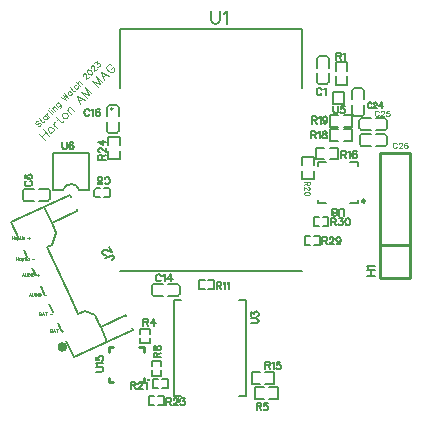
<source format=gto>
G04 Layer: TopSilkscreenLayer*
G04 EasyEDA v6.5.22, 2023-02-04 18:08:32*
G04 803b958340a141a7ad8343e076188523,c17a8ced473b4d519dda31697e0e54b6,10*
G04 Gerber Generator version 0.2*
G04 Scale: 100 percent, Rotated: No, Reflected: No *
G04 Dimensions in inches *
G04 leading zeros omitted , absolute positions ,3 integer and 6 decimal *
%FSLAX36Y36*%
%MOIN*%

%ADD10C,0.0025*%
%ADD11C,0.0035*%
%ADD12C,0.0040*%
%ADD13C,0.0060*%
%ADD14C,0.0050*%
%ADD15C,0.0039*%
%ADD16C,0.0030*%
%ADD17C,0.0079*%
%ADD18C,0.0100*%
%ADD19C,0.0059*%
%ADD20C,0.0079*%
%ADD21C,0.0098*%
%ADD22C,0.0157*%
%ADD23C,0.0098*%
%ADD24C,0.0155*%

%LPD*%
D10*
X-618479Y-51270D02*
G01*
X-618479Y-60869D01*
X-612179Y-51270D02*
G01*
X-612179Y-60869D01*
X-618479Y-55869D02*
G01*
X-612179Y-55869D01*
X-603680Y-54470D02*
G01*
X-603680Y-60869D01*
X-603680Y-55869D02*
G01*
X-604579Y-54970D01*
X-605479Y-54470D01*
X-606880Y-54470D01*
X-607780Y-54970D01*
X-608680Y-55869D01*
X-609179Y-57170D01*
X-609179Y-58170D01*
X-608680Y-59470D01*
X-607780Y-60370D01*
X-606880Y-60869D01*
X-605479Y-60869D01*
X-604579Y-60370D01*
X-603680Y-59470D01*
X-600680Y-54470D02*
G01*
X-600680Y-64070D01*
X-600680Y-55869D02*
G01*
X-599780Y-54970D01*
X-598879Y-54470D01*
X-597479Y-54470D01*
X-596580Y-54970D01*
X-595680Y-55869D01*
X-595180Y-57170D01*
X-595180Y-58170D01*
X-595680Y-59470D01*
X-596580Y-60370D01*
X-597479Y-60869D01*
X-598879Y-60869D01*
X-599780Y-60370D01*
X-600680Y-59470D01*
X-590879Y-51270D02*
G01*
X-590879Y-59070D01*
X-590379Y-60370D01*
X-589480Y-60869D01*
X-588580Y-60869D01*
X-592179Y-54470D02*
G01*
X-589080Y-54470D01*
X-585579Y-51270D02*
G01*
X-585180Y-51770D01*
X-584679Y-51270D01*
X-585180Y-50869D01*
X-585579Y-51270D01*
X-585180Y-54470D02*
G01*
X-585180Y-60869D01*
X-576180Y-55869D02*
G01*
X-577179Y-54970D01*
X-578079Y-54470D01*
X-579380Y-54470D01*
X-580280Y-54970D01*
X-581180Y-55869D01*
X-581679Y-57170D01*
X-581679Y-58170D01*
X-581180Y-59470D01*
X-580280Y-60370D01*
X-579380Y-60869D01*
X-578079Y-60869D01*
X-577179Y-60370D01*
X-576180Y-59470D01*
X-562179Y-52670D02*
G01*
X-562179Y-60869D01*
X-566180Y-56770D02*
G01*
X-558079Y-56770D01*
X-603180Y-121170D02*
G01*
X-603180Y-130770D01*
X-596880Y-121170D02*
G01*
X-596880Y-130770D01*
X-603180Y-125770D02*
G01*
X-596880Y-125770D01*
X-588379Y-124370D02*
G01*
X-588379Y-130770D01*
X-588379Y-125770D02*
G01*
X-589279Y-124870D01*
X-590180Y-124370D01*
X-591580Y-124370D01*
X-592479Y-124870D01*
X-593379Y-125770D01*
X-593879Y-127070D01*
X-593879Y-128070D01*
X-593379Y-129370D01*
X-592479Y-130270D01*
X-591580Y-130770D01*
X-590180Y-130770D01*
X-589279Y-130270D01*
X-588379Y-129370D01*
X-585379Y-124370D02*
G01*
X-585379Y-133970D01*
X-585379Y-125770D02*
G01*
X-584480Y-124870D01*
X-583580Y-124370D01*
X-582179Y-124370D01*
X-581279Y-124870D01*
X-580379Y-125770D01*
X-579880Y-127070D01*
X-579880Y-128070D01*
X-580379Y-129370D01*
X-581279Y-130270D01*
X-582179Y-130770D01*
X-583580Y-130770D01*
X-584480Y-130270D01*
X-585379Y-129370D01*
X-575579Y-121170D02*
G01*
X-575579Y-128970D01*
X-575079Y-130270D01*
X-574179Y-130770D01*
X-573279Y-130770D01*
X-576880Y-124370D02*
G01*
X-573779Y-124370D01*
X-570280Y-121170D02*
G01*
X-569880Y-121670D01*
X-569380Y-121170D01*
X-569880Y-120770D01*
X-570280Y-121170D01*
X-569880Y-124370D02*
G01*
X-569880Y-130770D01*
X-560879Y-125770D02*
G01*
X-561880Y-124870D01*
X-562780Y-124370D01*
X-564080Y-124370D01*
X-564979Y-124870D01*
X-565879Y-125770D01*
X-566379Y-127070D01*
X-566379Y-128070D01*
X-565879Y-129370D01*
X-564979Y-130270D01*
X-564080Y-130770D01*
X-562780Y-130770D01*
X-561880Y-130270D01*
X-560879Y-129370D01*
X-550879Y-126670D02*
G01*
X-542780Y-126670D01*
X-580579Y-174270D02*
G01*
X-584179Y-183870D01*
X-580579Y-174270D02*
G01*
X-576880Y-183870D01*
X-582879Y-180670D02*
G01*
X-578279Y-180670D01*
X-573879Y-174270D02*
G01*
X-573879Y-181170D01*
X-573479Y-182470D01*
X-572579Y-183369D01*
X-571180Y-183870D01*
X-570280Y-183870D01*
X-568879Y-183369D01*
X-567979Y-182470D01*
X-567579Y-181170D01*
X-567579Y-174270D01*
X-564579Y-174270D02*
G01*
X-564579Y-183870D01*
X-564579Y-174270D02*
G01*
X-561379Y-174270D01*
X-559979Y-174770D01*
X-559080Y-175670D01*
X-558680Y-176570D01*
X-558180Y-177970D01*
X-558180Y-180170D01*
X-558680Y-181570D01*
X-559080Y-182470D01*
X-559979Y-183369D01*
X-561379Y-183870D01*
X-564579Y-183870D01*
X-555180Y-174270D02*
G01*
X-555180Y-183870D01*
X-549480Y-174270D02*
G01*
X-550379Y-174770D01*
X-551279Y-175670D01*
X-551779Y-176570D01*
X-552179Y-177970D01*
X-552179Y-180170D01*
X-551779Y-181570D01*
X-551279Y-182470D01*
X-550379Y-183369D01*
X-549480Y-183870D01*
X-547680Y-183870D01*
X-546779Y-183369D01*
X-545879Y-182470D01*
X-545379Y-181570D01*
X-544880Y-180170D01*
X-544880Y-177970D01*
X-545379Y-176570D01*
X-545879Y-175670D01*
X-546779Y-174770D01*
X-547680Y-174270D01*
X-549480Y-174270D01*
X-530879Y-175670D02*
G01*
X-530879Y-183870D01*
X-534880Y-179770D02*
G01*
X-526779Y-179770D01*
X-557680Y-239770D02*
G01*
X-561279Y-249370D01*
X-557680Y-239770D02*
G01*
X-553980Y-249370D01*
X-559979Y-246170D02*
G01*
X-555379Y-246170D01*
X-550979Y-239770D02*
G01*
X-550979Y-246670D01*
X-550579Y-247970D01*
X-549679Y-248870D01*
X-548279Y-249370D01*
X-547380Y-249370D01*
X-545979Y-248870D01*
X-545079Y-247970D01*
X-544679Y-246670D01*
X-544679Y-239770D01*
X-541679Y-239770D02*
G01*
X-541679Y-249370D01*
X-541679Y-239770D02*
G01*
X-538479Y-239770D01*
X-537079Y-240270D01*
X-536180Y-241170D01*
X-535779Y-242070D01*
X-535280Y-243470D01*
X-535280Y-245670D01*
X-535779Y-247070D01*
X-536180Y-247970D01*
X-537079Y-248870D01*
X-538479Y-249370D01*
X-541679Y-249370D01*
X-532280Y-239770D02*
G01*
X-532280Y-249370D01*
X-526580Y-239770D02*
G01*
X-527479Y-240270D01*
X-528379Y-241170D01*
X-528879Y-242070D01*
X-529279Y-243470D01*
X-529279Y-245670D01*
X-528879Y-247070D01*
X-528379Y-247970D01*
X-527479Y-248870D01*
X-526580Y-249370D01*
X-524780Y-249370D01*
X-523879Y-248870D01*
X-522979Y-247970D01*
X-522479Y-247070D01*
X-521980Y-245670D01*
X-521980Y-243470D01*
X-522479Y-242070D01*
X-522979Y-241170D01*
X-523879Y-240270D01*
X-524780Y-239770D01*
X-526580Y-239770D01*
X-511980Y-245270D02*
G01*
X-503879Y-245270D01*
D11*
X-531229Y333918D02*
G01*
X-533775Y333918D01*
X-536391Y332716D01*
X-539008Y330100D01*
X-540210Y327484D01*
X-540210Y324938D01*
X-538937Y323665D01*
X-537029Y323029D01*
X-535756Y323029D01*
X-533846Y323665D01*
X-528684Y326282D01*
X-526705Y326847D01*
X-525432Y326847D01*
X-523522Y326211D01*
X-521613Y324302D01*
X-521613Y321756D01*
X-522887Y319210D01*
X-525502Y316594D01*
X-528047Y315321D01*
X-530594Y315321D01*
X-527058Y342050D02*
G01*
X-516098Y331090D01*
X-513553Y329817D01*
X-511572Y330524D01*
X-510299Y331797D01*
X-524441Y335616D02*
G01*
X-519916Y340141D01*
X-507330Y352727D02*
G01*
X-498350Y343747D01*
X-505420Y350818D02*
G01*
X-507966Y350818D01*
X-509876Y350182D01*
X-511855Y348202D01*
X-512492Y346293D01*
X-512492Y343747D01*
X-511148Y341131D01*
X-509876Y339858D01*
X-507330Y338585D01*
X-504785Y338585D01*
X-502875Y339222D01*
X-500896Y341201D01*
X-500258Y343111D01*
X-500258Y345656D01*
X-503087Y356970D02*
G01*
X-494107Y347990D01*
X-499198Y353081D02*
G01*
X-500541Y355697D01*
X-500541Y358243D01*
X-499906Y360152D01*
X-497925Y362132D01*
X-498208Y370900D02*
G01*
X-484702Y357394D01*
X-493966Y375143D02*
G01*
X-492622Y375072D01*
X-492692Y376415D01*
X-493966Y376415D01*
X-493966Y375143D01*
X-488804Y371254D02*
G01*
X-479823Y362273D01*
X-483924Y376133D02*
G01*
X-474944Y367152D01*
X-481378Y373587D02*
G01*
X-481378Y377405D01*
X-480743Y379315D01*
X-478762Y381295D01*
X-476854Y381931D01*
X-474308Y380658D01*
X-467874Y374223D01*
X-464903Y395154D02*
G01*
X-454579Y384830D01*
X-453306Y382284D01*
X-453306Y381012D01*
X-453944Y379103D01*
X-455923Y377122D01*
X-457833Y376486D01*
X-462995Y393245D02*
G01*
X-465540Y393245D01*
X-467448Y392608D01*
X-469429Y390628D01*
X-470065Y388719D01*
X-470065Y386173D01*
X-468721Y383557D01*
X-467448Y382284D01*
X-464903Y381012D01*
X-462358Y381012D01*
X-460448Y381648D01*
X-458468Y383628D01*
X-457833Y385537D01*
X-457833Y388083D01*
X-455286Y413822D02*
G01*
X-438599Y403498D01*
X-448852Y420256D02*
G01*
X-438599Y403498D01*
X-448852Y420256D02*
G01*
X-432164Y409932D01*
X-442417Y426691D02*
G01*
X-432164Y409932D01*
X-425941Y434115D02*
G01*
X-416962Y425135D01*
X-424032Y432206D02*
G01*
X-426579Y432206D01*
X-428558Y431499D01*
X-430468Y429590D01*
X-431103Y427681D01*
X-431103Y425135D01*
X-429760Y422519D01*
X-428487Y421246D01*
X-425941Y419973D01*
X-423396Y419973D01*
X-421487Y420610D01*
X-419578Y422519D01*
X-418870Y424499D01*
X-418870Y427044D01*
X-424315Y444793D02*
G01*
X-413356Y433832D01*
X-410810Y432560D01*
X-408900Y433197D01*
X-407556Y434540D01*
X-421700Y438358D02*
G01*
X-417245Y442813D01*
X-402677Y453561D02*
G01*
X-405294Y453490D01*
X-407204Y452854D01*
X-409112Y450944D01*
X-409750Y449035D01*
X-409750Y446490D01*
X-408405Y443873D01*
X-407133Y442601D01*
X-404588Y441328D01*
X-402042Y441328D01*
X-400132Y441965D01*
X-398224Y443873D01*
X-397587Y445783D01*
X-397516Y448399D01*
X-404870Y464238D02*
G01*
X-391364Y450733D01*
X-397798Y457167D02*
G01*
X-397798Y460985D01*
X-397163Y462895D01*
X-395253Y464804D01*
X-393274Y465511D01*
X-390727Y464238D01*
X-384293Y457803D01*
X-379768Y482835D02*
G01*
X-380405Y483471D01*
X-381040Y485381D01*
X-381040Y486653D01*
X-380474Y488633D01*
X-377929Y491179D01*
X-375878Y491815D01*
X-374606Y491815D01*
X-372696Y491179D01*
X-371423Y489906D01*
X-370788Y487997D01*
X-370151Y484815D01*
X-370151Y471947D01*
X-361171Y480926D01*
X-366616Y502493D02*
G01*
X-367817Y499876D01*
X-367182Y496694D01*
X-364636Y492876D01*
X-362655Y490896D01*
X-358837Y488350D01*
X-355655Y487714D01*
X-353109Y488987D01*
X-351766Y490330D01*
X-350493Y492876D01*
X-351130Y496059D01*
X-353675Y499876D01*
X-355655Y501857D01*
X-359474Y504402D01*
X-362655Y505038D01*
X-365272Y503836D01*
X-366616Y502493D01*
X-353321Y509281D02*
G01*
X-353958Y509917D01*
X-354594Y511826D01*
X-354594Y513099D01*
X-353958Y515150D01*
X-351413Y517695D01*
X-349432Y518261D01*
X-348161Y518261D01*
X-346251Y517625D01*
X-344979Y516352D01*
X-344341Y514443D01*
X-343706Y511261D01*
X-343706Y498391D01*
X-334724Y507372D01*
X-342645Y526463D02*
G01*
X-335573Y533535D01*
X-334300Y524484D01*
X-332391Y526393D01*
X-330411Y527100D01*
X-329138Y527100D01*
X-326522Y525756D01*
X-325249Y524484D01*
X-323976Y521938D01*
X-324048Y519322D01*
X-325321Y516776D01*
X-327229Y514867D01*
X-329776Y513594D01*
X-331049Y513594D01*
X-333028Y514160D01*
D12*
X-527561Y291289D02*
G01*
X-507337Y271066D01*
X-514056Y304795D02*
G01*
X-493832Y284571D01*
X-517944Y281672D02*
G01*
X-504439Y295178D01*
X-496166Y309249D02*
G01*
X-497084Y306350D01*
X-497155Y302461D01*
X-495176Y298643D01*
X-493266Y296734D01*
X-489448Y294755D01*
X-485559Y294825D01*
X-482659Y295744D01*
X-479760Y298643D01*
X-478841Y301542D01*
X-478841Y305360D01*
X-480751Y309249D01*
X-482659Y311159D01*
X-486549Y313068D01*
X-490367Y313068D01*
X-493266Y312149D01*
X-496166Y309249D01*
X-482094Y323321D02*
G01*
X-468589Y309815D01*
X-476296Y317523D02*
G01*
X-478206Y321412D01*
X-478206Y325230D01*
X-477286Y328129D01*
X-474386Y331028D01*
X-471841Y347009D02*
G01*
X-455507Y330675D01*
X-451617Y328766D01*
X-448719Y329685D01*
X-446809Y331594D01*
X-468023Y337392D02*
G01*
X-461234Y344181D01*
X-449143Y356272D02*
G01*
X-450063Y353373D01*
X-450063Y349555D01*
X-448154Y345665D01*
X-446243Y343756D01*
X-442354Y341847D01*
X-438536Y341847D01*
X-435637Y342766D01*
X-432739Y345665D01*
X-431748Y348635D01*
X-431748Y352454D01*
X-433729Y356272D01*
X-435637Y358181D01*
X-439456Y360161D01*
X-443275Y360161D01*
X-446243Y359171D01*
X-449143Y356272D01*
X-435072Y370344D02*
G01*
X-421566Y356838D01*
X-431183Y366454D02*
G01*
X-431183Y372253D01*
X-430192Y375223D01*
X-427294Y378122D01*
X-424395Y379041D01*
X-420576Y377061D01*
X-410959Y367444D01*
X-402191Y416659D02*
G01*
X-389746Y388658D01*
X-402191Y416659D02*
G01*
X-374260Y404143D01*
X-393635Y398345D02*
G01*
X-383948Y408032D01*
X-388119Y430730D02*
G01*
X-367897Y410507D01*
X-388119Y430730D02*
G01*
X-360190Y418215D01*
X-372704Y446145D02*
G01*
X-360190Y418215D01*
X-372704Y446145D02*
G01*
X-352482Y425922D01*
X-351491Y467359D02*
G01*
X-331269Y447135D01*
X-351491Y467359D02*
G01*
X-323560Y454843D01*
X-336076Y482773D02*
G01*
X-323560Y454843D01*
X-336076Y482773D02*
G01*
X-315853Y462550D01*
X-322006Y496845D02*
G01*
X-309489Y468914D01*
X-322006Y496845D02*
G01*
X-294075Y484329D01*
X-313378Y478602D02*
G01*
X-303761Y488218D01*
X-288630Y520604D02*
G01*
X-291599Y521594D01*
X-295419Y521594D01*
X-298247Y520604D01*
X-302136Y516715D01*
X-303126Y513886D01*
X-303197Y509997D01*
X-302136Y507098D01*
X-300226Y503209D01*
X-295419Y498401D01*
X-291529Y496491D01*
X-288701Y495501D01*
X-284812Y495572D01*
X-281913Y496491D01*
X-278023Y500380D01*
X-277103Y503280D01*
X-277103Y507098D01*
X-278023Y509997D01*
X-280923Y512896D01*
X-285730Y508088D02*
G01*
X-280923Y512896D01*
D10*
X-527780Y-304670D02*
G01*
X-527780Y-314270D01*
X-527780Y-304670D02*
G01*
X-523680Y-304670D01*
X-522380Y-305170D01*
X-521880Y-305570D01*
X-521480Y-306570D01*
X-521480Y-307470D01*
X-521880Y-308369D01*
X-522380Y-308770D01*
X-523680Y-309270D01*
X-527780Y-309270D02*
G01*
X-523680Y-309270D01*
X-522380Y-309670D01*
X-521880Y-310170D01*
X-521480Y-311070D01*
X-521480Y-312470D01*
X-521880Y-313369D01*
X-522380Y-313770D01*
X-523680Y-314270D01*
X-527780Y-314270D01*
X-514780Y-304670D02*
G01*
X-518479Y-314270D01*
X-514780Y-304670D02*
G01*
X-511180Y-314270D01*
X-517079Y-311070D02*
G01*
X-512479Y-311070D01*
X-504979Y-304670D02*
G01*
X-504979Y-314270D01*
X-508180Y-304670D02*
G01*
X-501779Y-304670D01*
X-491779Y-310170D02*
G01*
X-483580Y-310170D01*
X-490680Y-360670D02*
G01*
X-490680Y-370270D01*
X-490680Y-360670D02*
G01*
X-486580Y-360670D01*
X-485280Y-361170D01*
X-484780Y-361570D01*
X-484380Y-362570D01*
X-484380Y-363470D01*
X-484780Y-364370D01*
X-485280Y-364770D01*
X-486580Y-365270D01*
X-490680Y-365270D02*
G01*
X-486580Y-365270D01*
X-485280Y-365670D01*
X-484780Y-366170D01*
X-484380Y-367070D01*
X-484380Y-368470D01*
X-484780Y-369370D01*
X-485280Y-369770D01*
X-486580Y-370270D01*
X-490680Y-370270D01*
X-477680Y-360670D02*
G01*
X-481379Y-370270D01*
X-477680Y-360670D02*
G01*
X-474080Y-370270D01*
X-479979Y-367070D02*
G01*
X-475379Y-367070D01*
X-467879Y-360670D02*
G01*
X-467879Y-370270D01*
X-471080Y-360670D02*
G01*
X-464679Y-360670D01*
X-450579Y-362070D02*
G01*
X-450579Y-370270D01*
X-454679Y-366170D02*
G01*
X-446480Y-366170D01*
D13*
X380619Y298829D02*
G01*
X380619Y274929D01*
X380619Y298829D02*
G01*
X390820Y298829D01*
X394220Y297729D01*
X395420Y296529D01*
X396520Y294329D01*
X396520Y292029D01*
X395420Y289729D01*
X394220Y288629D01*
X390820Y287429D01*
X380619Y287429D01*
X388519Y287429D02*
G01*
X396520Y274929D01*
X404020Y294329D02*
G01*
X406319Y295429D01*
X409719Y298829D01*
X409719Y274929D01*
X422920Y298829D02*
G01*
X419420Y297729D01*
X418320Y295429D01*
X418320Y293129D01*
X419420Y290829D01*
X421720Y289729D01*
X426319Y288629D01*
X429719Y287429D01*
X431920Y285229D01*
X433119Y282929D01*
X433119Y279529D01*
X431920Y277229D01*
X430820Y276129D01*
X427420Y274929D01*
X422920Y274929D01*
X419420Y276129D01*
X418320Y277229D01*
X417219Y279529D01*
X417219Y282929D01*
X418320Y285229D01*
X420619Y287429D01*
X424020Y288629D01*
X428519Y289729D01*
X430820Y290829D01*
X431920Y293129D01*
X431920Y295429D01*
X430820Y297729D01*
X427420Y298829D01*
X422920Y298829D01*
X382420Y348229D02*
G01*
X382420Y324329D01*
X382420Y348229D02*
G01*
X392619Y348229D01*
X396019Y347129D01*
X397219Y345929D01*
X398320Y343729D01*
X398320Y341429D01*
X397219Y339130D01*
X396019Y338029D01*
X392619Y336829D01*
X382420Y336829D01*
X390320Y336829D02*
G01*
X398320Y324329D01*
X405820Y343729D02*
G01*
X408119Y344829D01*
X411520Y348229D01*
X411520Y324329D01*
X433720Y340229D02*
G01*
X432619Y336829D01*
X430320Y334629D01*
X426920Y333429D01*
X425820Y333429D01*
X422420Y334629D01*
X420119Y336829D01*
X419020Y340229D01*
X419020Y341429D01*
X420119Y344829D01*
X422420Y347129D01*
X425820Y348229D01*
X426920Y348229D01*
X430320Y347129D01*
X432619Y344829D01*
X433720Y340229D01*
X433720Y334629D01*
X432619Y328929D01*
X430320Y325529D01*
X426920Y324329D01*
X424719Y324329D01*
X421220Y325529D01*
X420119Y327729D01*
X454229Y383119D02*
G01*
X454229Y366119D01*
X455330Y362719D01*
X457629Y360419D01*
X461030Y359219D01*
X463329Y359219D01*
X466729Y360419D01*
X468930Y362719D01*
X470129Y366119D01*
X470129Y383119D01*
X491229Y383119D02*
G01*
X479930Y383119D01*
X478729Y372919D01*
X479930Y374019D01*
X483329Y375219D01*
X486729Y375219D01*
X490129Y374019D01*
X492430Y371719D01*
X493530Y368319D01*
X493530Y366119D01*
X492430Y362719D01*
X490129Y360419D01*
X486729Y359219D01*
X483329Y359219D01*
X479930Y360419D01*
X478729Y361519D01*
X477629Y363819D01*
X46000Y699299D02*
G01*
X46000Y668599D01*
X48000Y662500D01*
X52100Y658399D01*
X58299Y656399D01*
X62399Y656399D01*
X68500Y658399D01*
X72600Y662500D01*
X74600Y668599D01*
X74600Y699299D01*
X88100Y691099D02*
G01*
X92200Y693199D01*
X98400Y699299D01*
X98400Y656399D01*
X489080Y17049D02*
G01*
X489080Y34149D01*
X487979Y37549D01*
X485680Y39749D01*
X482280Y40949D01*
X479979Y40949D01*
X476580Y39749D01*
X474279Y37549D01*
X473180Y34149D01*
X473180Y17049D01*
X459979Y17049D02*
G01*
X463379Y18149D01*
X464579Y20449D01*
X464579Y22749D01*
X463379Y25049D01*
X461180Y26149D01*
X456580Y27249D01*
X453180Y28449D01*
X450879Y30649D01*
X449780Y32949D01*
X449780Y36349D01*
X450879Y38649D01*
X452079Y39749D01*
X455479Y40949D01*
X459979Y40949D01*
X463379Y39749D01*
X464579Y38649D01*
X465680Y36349D01*
X465680Y32949D01*
X464579Y30649D01*
X462280Y28449D01*
X458879Y27249D01*
X454279Y26149D01*
X452079Y25049D01*
X450879Y22749D01*
X450879Y20449D01*
X452079Y18149D01*
X455479Y17049D01*
X459979Y17049D01*
D14*
X564970Y-183980D02*
G01*
X593569Y-183980D01*
X564970Y-164880D02*
G01*
X593569Y-164880D01*
X578569Y-183980D02*
G01*
X578569Y-164880D01*
X570370Y-155880D02*
G01*
X568969Y-153180D01*
X564970Y-149080D01*
X593569Y-149080D01*
X-307091Y-124812D02*
G01*
X-287332Y-115599D01*
X-283068Y-115044D01*
X-281297Y-115764D01*
X-278886Y-117619D01*
X-277704Y-120156D01*
X-277833Y-123195D01*
X-278418Y-125014D01*
X-281584Y-127924D01*
X-284124Y-129107D01*
X-305322Y-112512D02*
G01*
X-306592Y-113104D01*
X-309588Y-113067D01*
X-311449Y-112390D01*
X-313766Y-110493D01*
X-316091Y-105507D01*
X-316054Y-102511D01*
X-315378Y-100650D01*
X-313481Y-98331D01*
X-311033Y-97189D01*
X-307946Y-97184D01*
X-303088Y-97899D01*
X-284974Y-104568D01*
X-293046Y-87258D01*
X180439Y-341060D02*
G01*
X197539Y-341060D01*
X200940Y-339960D01*
X203239Y-337660D01*
X204340Y-334260D01*
X204340Y-331960D01*
X203239Y-328560D01*
X200940Y-326360D01*
X197539Y-325160D01*
X180439Y-325160D01*
X180439Y-315460D02*
G01*
X180439Y-302960D01*
X189539Y-309760D01*
X189539Y-306360D01*
X190739Y-304060D01*
X191840Y-302960D01*
X195240Y-301760D01*
X197539Y-301760D01*
X200940Y-302960D01*
X203239Y-305160D01*
X204340Y-308560D01*
X204340Y-311960D01*
X203239Y-315460D01*
X202039Y-316560D01*
X199840Y-317660D01*
X198220Y-607070D02*
G01*
X198220Y-630970D01*
X198220Y-607070D02*
G01*
X208419Y-607070D01*
X211819Y-608170D01*
X213019Y-609370D01*
X214120Y-611570D01*
X214120Y-613870D01*
X213019Y-616170D01*
X211819Y-617270D01*
X208419Y-618470D01*
X198220Y-618470D01*
X206120Y-618470D02*
G01*
X214120Y-630970D01*
X235219Y-607070D02*
G01*
X223919Y-607070D01*
X222719Y-617270D01*
X223919Y-616170D01*
X227319Y-615070D01*
X230720Y-615070D01*
X234120Y-616170D01*
X236419Y-618470D01*
X237520Y-621870D01*
X237520Y-624070D01*
X236419Y-627570D01*
X234120Y-629770D01*
X230720Y-630970D01*
X227319Y-630970D01*
X223919Y-629770D01*
X222719Y-628670D01*
X221620Y-626370D01*
X227020Y-470470D02*
G01*
X227020Y-494370D01*
X227020Y-470470D02*
G01*
X237219Y-470470D01*
X240619Y-471570D01*
X241819Y-472770D01*
X242920Y-474970D01*
X242920Y-477270D01*
X241819Y-479570D01*
X240619Y-480670D01*
X237219Y-481870D01*
X227020Y-481870D01*
X234920Y-481870D02*
G01*
X242920Y-494370D01*
X250420Y-474970D02*
G01*
X252719Y-473870D01*
X256120Y-470470D01*
X256120Y-494370D01*
X277219Y-470470D02*
G01*
X265820Y-470470D01*
X264719Y-480670D01*
X265820Y-479570D01*
X269319Y-478470D01*
X272719Y-478470D01*
X276120Y-479570D01*
X278320Y-481870D01*
X279520Y-485270D01*
X279520Y-487470D01*
X278320Y-490970D01*
X276120Y-493170D01*
X272719Y-494370D01*
X269319Y-494370D01*
X265820Y-493170D01*
X264719Y-492070D01*
X263620Y-489770D01*
X464020Y559529D02*
G01*
X464020Y535629D01*
X464020Y559529D02*
G01*
X474220Y559529D01*
X477619Y558429D01*
X478819Y557229D01*
X479920Y555029D01*
X479920Y552729D01*
X478819Y550429D01*
X477619Y549329D01*
X474220Y548129D01*
X464020Y548129D01*
X471920Y548129D02*
G01*
X479920Y535629D01*
X487420Y555029D02*
G01*
X489719Y556129D01*
X493119Y559529D01*
X493119Y535629D01*
X-179080Y-325270D02*
G01*
X-179080Y-349170D01*
X-179080Y-325270D02*
G01*
X-168879Y-325270D01*
X-165479Y-326370D01*
X-164279Y-327570D01*
X-163180Y-329770D01*
X-163180Y-332070D01*
X-164279Y-334370D01*
X-165479Y-335470D01*
X-168879Y-336670D01*
X-179080Y-336670D01*
X-171180Y-336670D02*
G01*
X-163180Y-349170D01*
X-144279Y-325270D02*
G01*
X-155680Y-341170D01*
X-138680Y-341170D01*
X-144279Y-325270D02*
G01*
X-144279Y-349170D01*
X-145479Y-454890D02*
G01*
X-121580Y-454890D01*
X-145479Y-454890D02*
G01*
X-145479Y-444690D01*
X-144279Y-441290D01*
X-143180Y-440190D01*
X-140879Y-438990D01*
X-138580Y-438990D01*
X-136379Y-440190D01*
X-135180Y-441290D01*
X-134080Y-444690D01*
X-134080Y-454890D01*
X-134080Y-446990D02*
G01*
X-121580Y-438990D01*
X-145479Y-425790D02*
G01*
X-144279Y-429290D01*
X-142079Y-430390D01*
X-139780Y-430390D01*
X-137479Y-429290D01*
X-136379Y-426990D01*
X-135180Y-422390D01*
X-134080Y-418990D01*
X-131779Y-416790D01*
X-129579Y-415590D01*
X-126080Y-415590D01*
X-123879Y-416790D01*
X-122680Y-417890D01*
X-121580Y-421290D01*
X-121580Y-425790D01*
X-122680Y-429290D01*
X-123879Y-430390D01*
X-126080Y-431490D01*
X-129579Y-431490D01*
X-131779Y-430390D01*
X-134080Y-428090D01*
X-135180Y-424690D01*
X-136379Y-420190D01*
X-137479Y-417890D01*
X-139780Y-416790D01*
X-142079Y-416790D01*
X-144279Y-417890D01*
X-145479Y-421290D01*
X-145479Y-425790D01*
X64800Y-204100D02*
G01*
X64800Y-228000D01*
X64800Y-204100D02*
G01*
X75000Y-204100D01*
X78400Y-205199D01*
X79600Y-206400D01*
X80699Y-208600D01*
X80699Y-210900D01*
X79600Y-213200D01*
X78400Y-214300D01*
X75000Y-215500D01*
X64800Y-215500D01*
X72700Y-215500D02*
G01*
X80699Y-228000D01*
X88199Y-208600D02*
G01*
X90500Y-207500D01*
X93900Y-204100D01*
X93900Y-228000D01*
X101400Y-208600D02*
G01*
X103599Y-207500D01*
X107100Y-204100D01*
X107100Y-228000D01*
X-220779Y-536270D02*
G01*
X-220779Y-560170D01*
X-220779Y-536270D02*
G01*
X-210579Y-536270D01*
X-207179Y-537470D01*
X-206080Y-538570D01*
X-204880Y-540869D01*
X-204880Y-543170D01*
X-206080Y-545370D01*
X-207179Y-546570D01*
X-210579Y-547670D01*
X-220779Y-547670D01*
X-212879Y-547670D02*
G01*
X-204880Y-560170D01*
X-196279Y-541970D02*
G01*
X-196279Y-540869D01*
X-195180Y-538570D01*
X-193980Y-537470D01*
X-191679Y-536270D01*
X-187179Y-536270D01*
X-184880Y-537470D01*
X-183779Y-538570D01*
X-182680Y-540869D01*
X-182680Y-543170D01*
X-183779Y-545370D01*
X-186080Y-548770D01*
X-197380Y-560170D01*
X-181480Y-560170D01*
X-173980Y-540869D02*
G01*
X-171679Y-539670D01*
X-168279Y-536270D01*
X-168279Y-560170D01*
X-102879Y-590670D02*
G01*
X-102879Y-614470D01*
X-102879Y-590670D02*
G01*
X-92579Y-590670D01*
X-89179Y-591770D01*
X-88079Y-592870D01*
X-86980Y-595170D01*
X-86980Y-597470D01*
X-88079Y-599770D01*
X-89179Y-600869D01*
X-92579Y-601970D01*
X-102879Y-601970D01*
X-94880Y-601970D02*
G01*
X-86980Y-614470D01*
X-78279Y-596270D02*
G01*
X-78279Y-595170D01*
X-77179Y-592870D01*
X-75979Y-591770D01*
X-73779Y-590670D01*
X-69179Y-590670D01*
X-66980Y-591770D01*
X-65779Y-592870D01*
X-64679Y-595170D01*
X-64679Y-597470D01*
X-65779Y-599770D01*
X-68079Y-603170D01*
X-79480Y-614470D01*
X-63479Y-614470D01*
X-53779Y-590670D02*
G01*
X-41279Y-590670D01*
X-48079Y-599770D01*
X-44679Y-599770D01*
X-42380Y-600869D01*
X-41279Y-601970D01*
X-40079Y-605370D01*
X-40079Y-607670D01*
X-41279Y-611070D01*
X-43479Y-613369D01*
X-46980Y-614470D01*
X-50379Y-614470D01*
X-53779Y-613369D01*
X-54880Y-612270D01*
X-55979Y-609970D01*
X416920Y-53970D02*
G01*
X416920Y-77870D01*
X416920Y-53970D02*
G01*
X427120Y-53970D01*
X430519Y-55070D01*
X431720Y-56270D01*
X432820Y-58470D01*
X432820Y-60770D01*
X431720Y-63070D01*
X430519Y-64170D01*
X427120Y-65370D01*
X416920Y-65370D01*
X424819Y-65370D02*
G01*
X432820Y-77870D01*
X441419Y-59670D02*
G01*
X441419Y-58470D01*
X442619Y-56270D01*
X443720Y-55070D01*
X446019Y-53970D01*
X450519Y-53970D01*
X452820Y-55070D01*
X453919Y-56270D01*
X455119Y-58470D01*
X455119Y-60770D01*
X453919Y-63070D01*
X451720Y-66470D01*
X440320Y-77870D01*
X456220Y-77870D01*
X478519Y-61970D02*
G01*
X477319Y-65370D01*
X475119Y-67570D01*
X471720Y-68770D01*
X470519Y-68770D01*
X467120Y-67570D01*
X464819Y-65370D01*
X463720Y-61970D01*
X463720Y-60770D01*
X464819Y-57370D01*
X467120Y-55070D01*
X470519Y-53970D01*
X471720Y-53970D01*
X475119Y-55070D01*
X477319Y-57370D01*
X478519Y-61970D01*
X478519Y-67570D01*
X477319Y-73270D01*
X475119Y-76670D01*
X471720Y-77870D01*
X469420Y-77870D01*
X466019Y-76670D01*
X464819Y-74470D01*
X447020Y8829D02*
G01*
X447020Y-15070D01*
X447020Y8829D02*
G01*
X457219Y8829D01*
X460619Y7729D01*
X461819Y6529D01*
X462920Y4329D01*
X462920Y2029D01*
X461819Y-270D01*
X460619Y-1370D01*
X457219Y-2570D01*
X447020Y-2570D01*
X454920Y-2570D02*
G01*
X462920Y-15070D01*
X472719Y8829D02*
G01*
X485219Y8829D01*
X478320Y-270D01*
X481819Y-270D01*
X484020Y-1370D01*
X485219Y-2570D01*
X486319Y-5970D01*
X486319Y-8170D01*
X485219Y-11670D01*
X482920Y-13870D01*
X479520Y-15070D01*
X476120Y-15070D01*
X472719Y-13870D01*
X471520Y-12770D01*
X470420Y-10470D01*
X500619Y8829D02*
G01*
X497219Y7729D01*
X494920Y4329D01*
X493819Y-1370D01*
X493819Y-4770D01*
X494920Y-10470D01*
X497219Y-13870D01*
X500619Y-15070D01*
X502920Y-15070D01*
X506319Y-13870D01*
X508620Y-10470D01*
X509719Y-4770D01*
X509719Y-1370D01*
X508620Y4329D01*
X506319Y7729D01*
X502920Y8829D01*
X500619Y8829D01*
D15*
X665119Y256829D02*
G01*
X664220Y258529D01*
X662420Y260329D01*
X660619Y261229D01*
X657020Y261229D01*
X655320Y260329D01*
X653519Y258529D01*
X652619Y256829D01*
X651720Y254130D01*
X651720Y249629D01*
X652619Y246929D01*
X653519Y245129D01*
X655320Y243329D01*
X657020Y242429D01*
X660619Y242429D01*
X662420Y243329D01*
X664220Y245129D01*
X665119Y246929D01*
X671920Y256829D02*
G01*
X671920Y257729D01*
X672818Y259429D01*
X673720Y260329D01*
X675519Y261229D01*
X679119Y261229D01*
X680820Y260329D01*
X681720Y259429D01*
X682619Y257729D01*
X682619Y255928D01*
X681720Y254130D01*
X680020Y251429D01*
X671019Y242429D01*
X683519Y242429D01*
X700219Y258529D02*
G01*
X699319Y260329D01*
X696620Y261229D01*
X694819Y261229D01*
X692120Y260329D01*
X690320Y257729D01*
X689420Y253229D01*
X689420Y248729D01*
X690320Y245129D01*
X692120Y243329D01*
X694819Y242429D01*
X695720Y242429D01*
X698419Y243328D01*
X700219Y245129D01*
X701120Y247829D01*
X701120Y248729D01*
X700219Y251429D01*
X698419Y253229D01*
X695720Y254130D01*
X694819Y254130D01*
X692120Y253229D01*
X690320Y251429D01*
X689420Y248729D01*
D14*
X480820Y232629D02*
G01*
X480820Y208729D01*
X480820Y232629D02*
G01*
X491019Y232629D01*
X494420Y231529D01*
X495619Y230329D01*
X496720Y228129D01*
X496720Y225829D01*
X495619Y223529D01*
X494420Y222429D01*
X491019Y221229D01*
X480820Y221229D01*
X488720Y221229D02*
G01*
X496720Y208729D01*
X504220Y228129D02*
G01*
X506520Y229229D01*
X509920Y232629D01*
X509920Y208729D01*
X531019Y229229D02*
G01*
X529920Y231529D01*
X526520Y232629D01*
X524220Y232629D01*
X520820Y231529D01*
X518519Y228129D01*
X517420Y222429D01*
X517420Y216729D01*
X518519Y212129D01*
X520820Y209929D01*
X524220Y208729D01*
X525320Y208729D01*
X528720Y209929D01*
X531019Y212129D01*
X532120Y215629D01*
X532120Y216729D01*
X531019Y220129D01*
X528720Y222429D01*
X525320Y223529D01*
X524220Y223529D01*
X520820Y222429D01*
X518519Y220129D01*
X517420Y216729D01*
D16*
X374729Y130579D02*
G01*
X357629Y130579D01*
X374729Y130579D02*
G01*
X374729Y123279D01*
X373930Y120779D01*
X373130Y119979D01*
X371530Y119179D01*
X369830Y119179D01*
X368230Y119979D01*
X367430Y120779D01*
X366630Y123279D01*
X366630Y130579D01*
X366630Y124879D02*
G01*
X357629Y119179D01*
X370630Y112880D02*
G01*
X371530Y112880D01*
X373130Y112079D01*
X373930Y111279D01*
X374729Y109679D01*
X374729Y106379D01*
X373930Y104779D01*
X373130Y103879D01*
X371530Y103079D01*
X369830Y103079D01*
X368230Y103879D01*
X365730Y105579D01*
X357629Y113779D01*
X357629Y102279D01*
X374729Y91979D02*
G01*
X373930Y94479D01*
X371530Y96079D01*
X367430Y96879D01*
X364930Y96879D01*
X360829Y96079D01*
X358429Y94479D01*
X357629Y91979D01*
X357629Y90380D01*
X358429Y87880D01*
X360829Y86279D01*
X364930Y85479D01*
X367430Y85479D01*
X371530Y86279D01*
X373930Y87880D01*
X374729Y90380D01*
X374729Y91979D01*
D15*
X604920Y363229D02*
G01*
X604020Y364929D01*
X602219Y366729D01*
X600420Y367629D01*
X596819Y367629D01*
X595119Y366729D01*
X593320Y364929D01*
X592420Y363229D01*
X591520Y360529D01*
X591520Y356029D01*
X592420Y353329D01*
X593320Y351529D01*
X595119Y349729D01*
X596819Y348829D01*
X600420Y348829D01*
X602219Y349729D01*
X604020Y351529D01*
X604920Y353329D01*
X611720Y363229D02*
G01*
X611720Y364130D01*
X612619Y365829D01*
X613519Y366729D01*
X615320Y367629D01*
X618919Y367629D01*
X620619Y366729D01*
X621520Y365829D01*
X622420Y364130D01*
X622420Y362329D01*
X621520Y360529D01*
X619819Y357829D01*
X610820Y348829D01*
X623320Y348829D01*
X640020Y367629D02*
G01*
X631019Y367629D01*
X630119Y359629D01*
X631019Y360529D01*
X633720Y361429D01*
X636419Y361429D01*
X639120Y360529D01*
X640919Y358729D01*
X641819Y356029D01*
X641819Y354229D01*
X640919Y351529D01*
X639120Y349729D01*
X636419Y348829D01*
X633720Y348829D01*
X631019Y349729D01*
X630119Y350629D01*
X629220Y352429D01*
D14*
X-329030Y204719D02*
G01*
X-305129Y204719D01*
X-329030Y204719D02*
G01*
X-329030Y214919D01*
X-327830Y218319D01*
X-326729Y219420D01*
X-324430Y220619D01*
X-322129Y220619D01*
X-319930Y219420D01*
X-318729Y218319D01*
X-317629Y214919D01*
X-317629Y204719D01*
X-317629Y212619D02*
G01*
X-305129Y220619D01*
X-323329Y229219D02*
G01*
X-324430Y229219D01*
X-326729Y230319D01*
X-327830Y231519D01*
X-329030Y233819D01*
X-329030Y238319D01*
X-327830Y240619D01*
X-326729Y241719D01*
X-324430Y242819D01*
X-322129Y242819D01*
X-319930Y241719D01*
X-316530Y239420D01*
X-305129Y228119D01*
X-305129Y244019D01*
X-329030Y262819D02*
G01*
X-313130Y251519D01*
X-313130Y268519D01*
X-329030Y262819D02*
G01*
X-305129Y262819D01*
X-308819Y127869D02*
G01*
X-307719Y125569D01*
X-305420Y123269D01*
X-303119Y122169D01*
X-298620Y122169D01*
X-296319Y123269D01*
X-294120Y125569D01*
X-292920Y127869D01*
X-291819Y131269D01*
X-291819Y136969D01*
X-292920Y140369D01*
X-294120Y142669D01*
X-296319Y144869D01*
X-298620Y146069D01*
X-303119Y146069D01*
X-305420Y144869D01*
X-307719Y142669D01*
X-308819Y140369D01*
X-322020Y122169D02*
G01*
X-318620Y123269D01*
X-317520Y125569D01*
X-317520Y127869D01*
X-318620Y130169D01*
X-320919Y131269D01*
X-325420Y132369D01*
X-328819Y133569D01*
X-331120Y135769D01*
X-332219Y138069D01*
X-332219Y141469D01*
X-331120Y143769D01*
X-330020Y144869D01*
X-326620Y146069D01*
X-322020Y146069D01*
X-318620Y144869D01*
X-317520Y143769D01*
X-316319Y141469D01*
X-316319Y138069D01*
X-317520Y135769D01*
X-319719Y133569D01*
X-323119Y132369D01*
X-327719Y131269D01*
X-330020Y130169D01*
X-331120Y127869D01*
X-331120Y125569D01*
X-330020Y123269D01*
X-326620Y122169D01*
X-322020Y122169D01*
X-569129Y132819D02*
G01*
X-571430Y131719D01*
X-573729Y129420D01*
X-574830Y127119D01*
X-574830Y122619D01*
X-573729Y120319D01*
X-571430Y118119D01*
X-569129Y116920D01*
X-565730Y115819D01*
X-560029Y115819D01*
X-556629Y116920D01*
X-554329Y118119D01*
X-552129Y120319D01*
X-550929Y122619D01*
X-550929Y127119D01*
X-552129Y129420D01*
X-554329Y131719D01*
X-556629Y132819D01*
X-571430Y154019D02*
G01*
X-573729Y152819D01*
X-574830Y149420D01*
X-574830Y147119D01*
X-573729Y143719D01*
X-570330Y141519D01*
X-564629Y140319D01*
X-558930Y140319D01*
X-554329Y141519D01*
X-552129Y143719D01*
X-550929Y147119D01*
X-550929Y148319D01*
X-552129Y151719D01*
X-554329Y154019D01*
X-557830Y155119D01*
X-558930Y155119D01*
X-562330Y154019D01*
X-564629Y151719D01*
X-565730Y148319D01*
X-565730Y147119D01*
X-564629Y143719D01*
X-562330Y141519D01*
X-558930Y140319D01*
X-338029Y-502680D02*
G01*
X-321030Y-502680D01*
X-317529Y-501580D01*
X-315330Y-499280D01*
X-314129Y-495880D01*
X-314129Y-493580D01*
X-315330Y-490180D01*
X-317529Y-487880D01*
X-321030Y-486780D01*
X-338029Y-486780D01*
X-333530Y-479280D02*
G01*
X-334629Y-476980D01*
X-338029Y-473580D01*
X-314129Y-473580D01*
X-338029Y-452480D02*
G01*
X-338029Y-463880D01*
X-327830Y-464980D01*
X-328930Y-463880D01*
X-330029Y-460380D01*
X-330029Y-456980D01*
X-328930Y-453580D01*
X-326629Y-451380D01*
X-323230Y-450180D01*
X-321030Y-450180D01*
X-317529Y-451380D01*
X-315330Y-453580D01*
X-314129Y-456980D01*
X-314129Y-460380D01*
X-315330Y-463880D01*
X-316430Y-464980D01*
X-318729Y-466080D01*
X-358980Y368029D02*
G01*
X-360079Y370329D01*
X-362380Y372629D01*
X-364679Y373729D01*
X-369179Y373729D01*
X-371480Y372629D01*
X-373680Y370329D01*
X-374880Y368029D01*
X-375979Y364629D01*
X-375979Y358929D01*
X-374880Y355529D01*
X-373680Y353229D01*
X-371480Y351029D01*
X-369179Y349829D01*
X-364679Y349829D01*
X-362380Y351029D01*
X-360079Y353229D01*
X-358980Y355529D01*
X-351480Y369229D02*
G01*
X-349179Y370329D01*
X-345779Y373729D01*
X-345779Y349829D01*
X-324679Y370329D02*
G01*
X-325779Y372629D01*
X-329179Y373729D01*
X-331480Y373729D01*
X-334880Y372629D01*
X-337179Y369229D01*
X-338279Y363529D01*
X-338279Y357829D01*
X-337179Y353229D01*
X-334880Y351029D01*
X-331480Y349829D01*
X-330280Y349829D01*
X-326880Y351029D01*
X-324679Y353229D01*
X-323479Y356729D01*
X-323479Y357829D01*
X-324679Y361229D01*
X-326880Y363529D01*
X-330280Y364629D01*
X-331480Y364629D01*
X-334880Y363529D01*
X-337179Y361229D01*
X-338279Y357829D01*
X414920Y438029D02*
G01*
X413819Y440329D01*
X411520Y442629D01*
X409220Y443729D01*
X404719Y443729D01*
X402420Y442629D01*
X400219Y440329D01*
X399020Y438029D01*
X397920Y434629D01*
X397920Y428929D01*
X399020Y425529D01*
X400219Y423229D01*
X402420Y421029D01*
X404719Y419829D01*
X409220Y419829D01*
X411520Y421029D01*
X413819Y423229D01*
X414920Y425529D01*
X422420Y439229D02*
G01*
X424719Y440329D01*
X428119Y443729D01*
X428119Y419829D01*
X-119979Y-183170D02*
G01*
X-121080Y-180869D01*
X-123379Y-178570D01*
X-125680Y-177470D01*
X-130180Y-177470D01*
X-132479Y-178570D01*
X-134679Y-180869D01*
X-135879Y-183170D01*
X-136980Y-186570D01*
X-136980Y-192270D01*
X-135879Y-195670D01*
X-134679Y-197970D01*
X-132479Y-200170D01*
X-130180Y-201370D01*
X-125680Y-201370D01*
X-123379Y-200170D01*
X-121080Y-197970D01*
X-119979Y-195670D01*
X-112479Y-181970D02*
G01*
X-110180Y-180869D01*
X-106779Y-177470D01*
X-106779Y-201370D01*
X-87879Y-177470D02*
G01*
X-99279Y-193369D01*
X-82179Y-193369D01*
X-87879Y-177470D02*
G01*
X-87879Y-201370D01*
X581199Y390699D02*
G01*
X580299Y392500D01*
X578500Y394299D01*
X576700Y395200D01*
X573199Y395200D01*
X571400Y394299D01*
X569600Y392500D01*
X568699Y390699D01*
X567799Y387999D01*
X567799Y383499D01*
X568698Y380799D01*
X569600Y379099D01*
X571399Y377300D01*
X573199Y376399D01*
X576698Y376400D01*
X578500Y377300D01*
X580299Y379099D01*
X581198Y380799D01*
X588000Y390699D02*
G01*
X588000Y391599D01*
X588900Y393400D01*
X589799Y394299D01*
X591599Y395200D01*
X595199Y395200D01*
X596999Y394300D01*
X597899Y393400D01*
X598798Y391600D01*
X598798Y389800D01*
X597899Y387999D01*
X596099Y385299D01*
X587098Y376400D01*
X599700Y376400D01*
X614498Y395200D02*
G01*
X605600Y382600D01*
X618999Y382600D01*
X614498Y395200D02*
G01*
X614499Y376400D01*
X-449380Y263829D02*
G01*
X-449380Y246729D01*
X-448279Y243329D01*
X-445979Y241029D01*
X-442579Y239929D01*
X-440280Y239929D01*
X-436880Y241029D01*
X-434579Y243329D01*
X-433479Y246729D01*
X-433479Y263829D01*
X-412380Y260429D02*
G01*
X-413479Y262629D01*
X-416880Y263829D01*
X-419179Y263829D01*
X-422579Y262629D01*
X-424880Y259229D01*
X-425979Y253529D01*
X-425979Y247929D01*
X-424880Y243329D01*
X-422579Y241029D01*
X-419179Y239929D01*
X-418079Y239929D01*
X-414579Y241029D01*
X-412380Y243329D01*
X-411180Y246729D01*
X-411180Y247929D01*
X-412380Y251329D01*
X-414579Y253529D01*
X-418079Y254729D01*
X-419179Y254729D01*
X-422579Y253529D01*
X-424880Y251329D01*
X-425979Y247929D01*
D13*
X470793Y266369D02*
G01*
X442524Y266369D01*
X442524Y305629D01*
X470793Y305629D01*
X488605Y266369D02*
G01*
X516875Y266369D01*
X516875Y305629D01*
X488605Y305629D01*
X470694Y314169D02*
G01*
X442425Y314169D01*
X442425Y353429D01*
X470694Y353429D01*
X488505Y314169D02*
G01*
X516774Y314169D01*
X516774Y353429D01*
X488505Y353429D01*
X490748Y428846D02*
G01*
X490748Y391350D01*
X453253Y391350D01*
X453253Y428846D01*
X490748Y428846D01*
D14*
X-257150Y442439D02*
G01*
X-257150Y641259D01*
X349149Y641259D01*
X349149Y442439D01*
X349149Y-165820D02*
G01*
X-257150Y-165820D01*
D17*
X537008Y70208D02*
G01*
X537008Y59381D01*
X509449Y59381D01*
X428742Y59381D02*
G01*
X401181Y59381D01*
X401181Y70208D01*
X537008Y184381D02*
G01*
X537008Y195208D01*
X509449Y195208D01*
X428742Y195208D02*
G01*
X401181Y195208D01*
X401181Y184381D01*
D18*
X609220Y225997D02*
G01*
X709220Y225997D01*
X609220Y-190538D02*
G01*
X609220Y225997D01*
X609220Y-81344D02*
G01*
X709220Y-81344D01*
X709220Y-190538D02*
G01*
X709220Y225997D01*
X609220Y-190538D02*
G01*
X709220Y-190538D01*
D17*
X-577430Y-96325D02*
G01*
X-565923Y-121007D01*
X-425632Y-250626D02*
G01*
X-397348Y-311286D01*
X-425632Y-250626D02*
G01*
X-501705Y-87490D01*
X-483578Y-79039D01*
X-469067Y-39171D01*
X-480748Y-14123D01*
X-397348Y-311286D02*
G01*
X-374688Y-300720D01*
X-341466Y-312813D01*
X-327840Y-342471D01*
X-327840Y-342471D02*
G01*
X-322011Y-354970D01*
X-236499Y-315096D01*
X-235735Y-316731D01*
X-420424Y79329D02*
G01*
X-423683Y86318D01*
X-484825Y-5379D02*
G01*
X-399480Y34416D01*
X-401984Y39784D01*
X-480747Y-14123D02*
G01*
X-509026Y46523D01*
X-469067Y-39171D02*
G01*
X-480747Y-14123D01*
X-504855Y48467D02*
G01*
X-425465Y85488D01*
X-619927Y-5190D02*
G01*
X-504855Y48467D01*
X-594207Y-60347D02*
G01*
X-619927Y-5190D01*
X-322011Y-354970D02*
G01*
X-299551Y-403137D01*
X-410250Y-454753D02*
G01*
X-214038Y-363265D01*
X-217295Y-356276D02*
G01*
X-214039Y-363258D01*
X-537638Y-181666D02*
G01*
X-549147Y-156984D01*
X-509353Y-242325D02*
G01*
X-520861Y-217642D01*
X-481066Y-302982D02*
G01*
X-492577Y-278301D01*
X-452780Y-363641D02*
G01*
X-464290Y-338960D01*
X-410285Y-454777D02*
G01*
X-436004Y-399619D01*
D13*
X-53500Y-583175D02*
G01*
X-78109Y-583175D01*
X-78109Y-583175D01*
X-78109Y-262215D01*
X-78109Y-262215D01*
X-53500Y-262215D01*
X139499Y-583175D02*
G01*
X164110Y-583175D01*
X164110Y-583175D01*
X164110Y-262215D01*
X164110Y-262215D01*
X139499Y-262215D01*
X222493Y-593930D02*
G01*
X194224Y-593930D01*
X194224Y-554670D01*
X222493Y-554670D01*
X240306Y-593930D02*
G01*
X268575Y-593930D01*
X268575Y-554670D01*
X240306Y-554670D01*
X209293Y-542530D02*
G01*
X181024Y-542530D01*
X181024Y-503270D01*
X209293Y-503270D01*
X227106Y-542530D02*
G01*
X255375Y-542530D01*
X255375Y-503270D01*
X227106Y-503270D01*
X461390Y500635D02*
G01*
X461390Y528904D01*
X500649Y528904D01*
X500649Y500635D01*
X461390Y482823D02*
G01*
X461390Y454554D01*
X500649Y454554D01*
X500649Y482823D01*
X-158721Y-376557D02*
G01*
X-158721Y-358623D01*
X-189477Y-358623D01*
X-189477Y-376557D01*
X-158721Y-389643D02*
G01*
X-158721Y-407577D01*
X-189477Y-407577D01*
X-189477Y-389643D01*
X-121521Y-484657D02*
G01*
X-121521Y-466723D01*
X-152277Y-466723D01*
X-152277Y-484657D01*
X-121521Y-497743D02*
G01*
X-121521Y-515677D01*
X-152277Y-515677D01*
X-152277Y-497743D01*
X24557Y-197322D02*
G01*
X6622Y-197322D01*
X6622Y-228078D01*
X24557Y-228078D01*
X37642Y-197322D02*
G01*
X55577Y-197322D01*
X55577Y-228078D01*
X37642Y-228078D01*
X-116157Y-558078D02*
G01*
X-98222Y-558078D01*
X-98222Y-527322D01*
X-116157Y-527322D01*
X-129242Y-558078D02*
G01*
X-147177Y-558078D01*
X-147177Y-527322D01*
X-129242Y-527322D01*
X-129656Y-614078D02*
G01*
X-111723Y-614078D01*
X-111723Y-583322D01*
X-129656Y-583322D01*
X-142743Y-614078D02*
G01*
X-160676Y-614078D01*
X-160676Y-583322D01*
X-142743Y-583322D01*
X390563Y-81148D02*
G01*
X408496Y-81148D01*
X408496Y-50392D01*
X390563Y-50392D01*
X377476Y-81148D02*
G01*
X359543Y-81148D01*
X359543Y-50392D01*
X377476Y-50392D01*
X419162Y-16548D02*
G01*
X437097Y-16548D01*
X437097Y14207D01*
X419162Y14207D01*
X406077Y-16548D02*
G01*
X388143Y-16548D01*
X388143Y14207D01*
X406077Y14207D01*
X547088Y249069D02*
G01*
X578194Y249069D01*
X578194Y288329D02*
G01*
X547088Y288329D01*
X541087Y282329D02*
G01*
X541087Y255069D01*
X627111Y249069D02*
G01*
X596005Y249069D01*
X596005Y288329D02*
G01*
X627111Y288329D01*
X633112Y282329D02*
G01*
X633112Y255069D01*
X423793Y204869D02*
G01*
X395524Y204869D01*
X395524Y244130D01*
X423793Y244130D01*
X441606Y204869D02*
G01*
X469875Y204869D01*
X469875Y244130D01*
X441606Y244130D01*
X388729Y167493D02*
G01*
X388729Y139224D01*
X349470Y139224D01*
X349470Y167493D01*
X388729Y185305D02*
G01*
X388729Y213574D01*
X349470Y213574D01*
X349470Y185305D01*
X546808Y302500D02*
G01*
X577914Y302500D01*
X577914Y341759D02*
G01*
X546808Y341759D01*
X540807Y335759D02*
G01*
X540807Y308499D01*
X626832Y302500D02*
G01*
X595726Y302500D01*
X595726Y341759D02*
G01*
X626832Y341759D01*
X632831Y335759D02*
G01*
X632831Y308499D01*
X-256469Y233993D02*
G01*
X-256469Y205724D01*
X-295730Y205724D01*
X-295730Y233993D01*
X-256469Y251805D02*
G01*
X-256469Y280074D01*
X-295730Y280074D01*
X-295730Y251805D01*
X-337649Y78221D02*
G01*
X-323143Y78221D01*
X-323143Y108977D02*
G01*
X-337649Y108977D01*
X-343648Y102977D02*
G01*
X-343648Y84221D01*
X-295550Y78221D02*
G01*
X-310056Y78221D01*
X-310056Y108977D02*
G01*
X-295550Y108977D01*
X-289551Y102977D02*
G01*
X-289551Y84221D01*
X-496087Y107329D02*
G01*
X-527193Y107329D01*
X-527193Y68069D02*
G01*
X-496087Y68069D01*
X-490087Y74069D02*
G01*
X-490087Y101329D01*
X-576112Y107329D02*
G01*
X-545006Y107329D01*
X-545006Y68069D02*
G01*
X-576112Y68069D01*
X-582111Y74069D02*
G01*
X-582111Y101329D01*
D18*
X-295560Y-538251D02*
G01*
X-280129Y-538251D01*
X-193032Y-538251D02*
G01*
X-177449Y-538251D01*
X-177449Y-420140D02*
G01*
X-193032Y-420140D01*
X-280129Y-420140D02*
G01*
X-295560Y-420140D01*
X-295560Y-538251D02*
G01*
X-295560Y-522689D01*
X-295560Y-435652D02*
G01*
X-295560Y-420140D01*
X-177449Y-538251D02*
G01*
X-177449Y-522689D01*
X-177449Y-435592D02*
G01*
X-177449Y-420140D01*
D13*
X-261469Y299387D02*
G01*
X-261469Y330493D01*
X-300730Y330493D02*
G01*
X-300730Y299387D01*
X-294729Y293387D02*
G01*
X-267470Y293387D01*
X-261469Y379411D02*
G01*
X-261469Y348305D01*
X-300730Y348305D02*
G01*
X-300730Y379411D01*
X-294729Y385411D02*
G01*
X-267470Y385411D01*
X399089Y542541D02*
G01*
X399089Y511435D01*
X438350Y511435D02*
G01*
X438350Y542541D01*
X432349Y548541D02*
G01*
X405090Y548541D01*
X399089Y462518D02*
G01*
X399089Y493623D01*
X438350Y493623D02*
G01*
X438350Y462518D01*
X432349Y456517D02*
G01*
X405090Y456517D01*
X-64888Y-210970D02*
G01*
X-95994Y-210970D01*
X-95994Y-250230D02*
G01*
X-64888Y-250230D01*
X-58887Y-244230D02*
G01*
X-58887Y-216970D01*
X-144912Y-210970D02*
G01*
X-113805Y-210970D01*
X-113805Y-250230D02*
G01*
X-144912Y-250230D01*
X-150911Y-244230D02*
G01*
X-150911Y-216970D01*
X516769Y435911D02*
G01*
X516769Y404805D01*
X556030Y404805D02*
G01*
X556030Y435911D01*
X550029Y441911D02*
G01*
X522771Y441911D01*
X516769Y355887D02*
G01*
X516769Y386993D01*
X556030Y386993D02*
G01*
X556030Y355887D01*
X550029Y349887D02*
G01*
X522771Y349887D01*
D19*
X-481893Y103654D02*
G01*
X-481891Y225704D01*
X-359843Y225704D02*
G01*
X-481891Y225704D01*
X-359893Y103655D02*
G01*
X-359893Y225704D01*
X-481893Y102704D02*
G01*
X-448892Y102704D01*
X-392893Y102704D02*
G01*
X-359893Y102704D01*
D20*
G75*
G01*
X-280920Y373380D02*
G03*
X-280920Y373210I-3939J-85D01*
D21*
G75*
G01*
X549796Y65295D02*
G03*
X549796Y65395I4921J50D01*
D13*
G75*
G01*
X547088Y288330D02*
G03*
X541088Y282330I0J-6000D01*
G75*
G01*
X541088Y255070D02*
G03*
X547088Y249070I6000J0D01*
G75*
G01*
X627112Y288330D02*
G02*
X633112Y282330I0J-6000D01*
G75*
G01*
X633112Y255070D02*
G02*
X627112Y249070I-6000J0D01*
G75*
G01*
X546808Y341760D02*
G03*
X540808Y335760I0J-6000D01*
G75*
G01*
X540808Y308500D02*
G03*
X546808Y302500I6000J0D01*
G75*
G01*
X626832Y341760D02*
G02*
X632832Y335760I0J-6000D01*
G75*
G01*
X632832Y308500D02*
G02*
X626832Y302500I-6000J0D01*
G75*
G01*
X-337649Y108978D02*
G03*
X-343649Y102978I0J-6000D01*
G75*
G01*
X-343649Y84222D02*
G03*
X-337649Y78222I6000J0D01*
G75*
G01*
X-295551Y108978D02*
G02*
X-289551Y102978I0J-6000D01*
G75*
G01*
X-289551Y84222D02*
G02*
X-295551Y78222I-6000J0D01*
G75*
G01*
X-496088Y68070D02*
G03*
X-490088Y74070I0J6000D01*
G75*
G01*
X-490088Y101330D02*
G03*
X-496088Y107330I-6000J0D01*
G75*
G01*
X-576112Y68070D02*
G02*
X-582112Y74070I0J6000D01*
G75*
G01*
X-582112Y101330D02*
G02*
X-576112Y107330I6000J0D01*
G75*
G01*
X-300730Y299388D02*
G03*
X-294730Y293388I6000J0D01*
G75*
G01*
X-267470Y293388D02*
G03*
X-261470Y299388I0J6000D01*
G75*
G01*
X-300730Y379412D02*
G02*
X-294730Y385412I6000J0D01*
G75*
G01*
X-267470Y385412D02*
G02*
X-261470Y379412I0J-6000D01*
G75*
G01*
X438350Y542542D02*
G03*
X432350Y548542I-6000J0D01*
G75*
G01*
X405090Y548542D02*
G03*
X399090Y542542I0J-6000D01*
G75*
G01*
X438350Y462518D02*
G02*
X432350Y456518I-6000J0D01*
G75*
G01*
X405090Y456518D02*
G02*
X399090Y462518I0J6000D01*
G75*
G01*
X-64888Y-250230D02*
G03*
X-58888Y-244230I0J6000D01*
G75*
G01*
X-58888Y-216970D02*
G03*
X-64888Y-210970I-6000J0D01*
G75*
G01*
X-144912Y-250230D02*
G02*
X-150912Y-244230I0J6000D01*
G75*
G01*
X-150912Y-216970D02*
G02*
X-144912Y-210970I6000J0D01*
G75*
G01*
X556030Y435912D02*
G03*
X550029Y441912I-6000J0D01*
G75*
G01*
X522771Y441912D02*
G03*
X516770Y435912I-1J-6000D01*
G75*
G01*
X556030Y355888D02*
G02*
X550029Y349888I-6000J0D01*
G75*
G01*
X522771Y349888D02*
G02*
X516770Y355888I-1J6000D01*
D19*
G75*
G01*
X-447893Y102705D02*
G02*
X-392893Y102705I27500J-8555D01*
D15*
G75*
G01
X443970Y420100D02*
G03X443970Y420100I-1970J0D01*
D22*
G75*
G01
X-441890Y-420190D02*
G03X-441890Y-420190I-7870J0D01*
D23*
G75*
G01
X-57080Y-597710D02*
G03X-57080Y-597710I-4920J0D01*
D18*
G75*
G01
X-161730Y-529940D02*
G03X-161730Y-529940I-2140J0D01*
M02*

</source>
